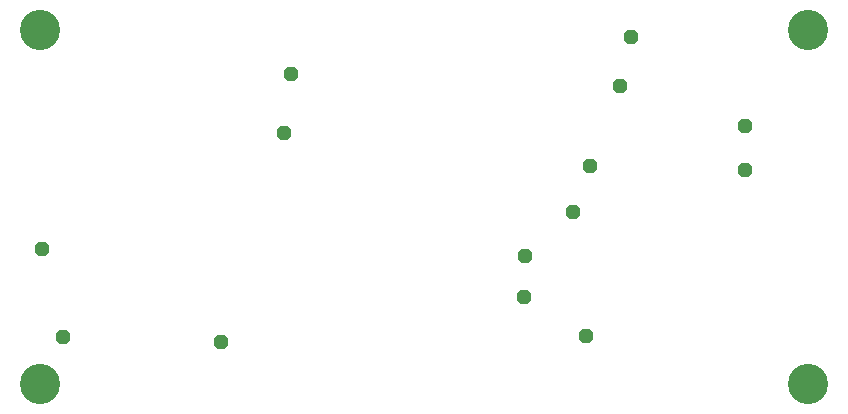
<source format=gbr>
G75*
G70*
%OFA0B0*%
%FSLAX24Y24*%
%IPPOS*%
%LPD*%
%AMOC8*
5,1,8,0,0,1.08239X$1,22.5*
%
%ADD10C,0.1340*%
%ADD11OC8,0.0476*%
D10*
X001084Y001428D03*
X001084Y013239D03*
X026675Y013239D03*
X026675Y001428D03*
D11*
X019280Y003036D03*
X017202Y004343D03*
X017242Y005692D03*
X018855Y007168D03*
X019416Y008680D03*
X020402Y011377D03*
X020769Y012993D03*
X024583Y010040D03*
X024583Y008564D03*
X009450Y011763D03*
X009204Y009794D03*
X001153Y005938D03*
X001850Y002984D03*
X007100Y002820D03*
M02*

</source>
